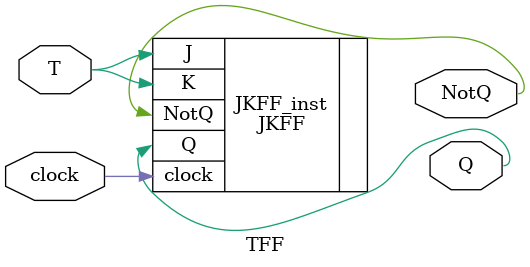
<source format=v>
`timescale 1ns / 1ps

module TFF(
    input T,
    input clock,
    output Q,
    output NotQ
    );
    
    JKFF JKFF_inst(
        .J(T),
        .K(T),
        .clock(clock),
        .Q(Q),
        .NotQ(NotQ)
    );
    
endmodule

</source>
